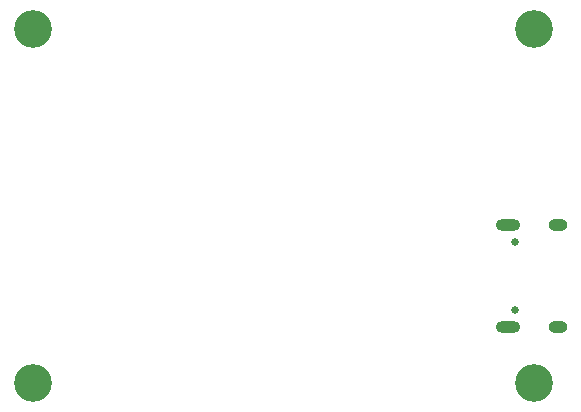
<source format=gbs>
G04 #@! TF.GenerationSoftware,KiCad,Pcbnew,(7.0.0)*
G04 #@! TF.CreationDate,2024-04-08T21:26:30+08:00*
G04 #@! TF.ProjectId,LocateMagnet,4c6f6361-7465-44d6-9167-6e65742e6b69,2.0*
G04 #@! TF.SameCoordinates,Original*
G04 #@! TF.FileFunction,Soldermask,Bot*
G04 #@! TF.FilePolarity,Negative*
%FSLAX46Y46*%
G04 Gerber Fmt 4.6, Leading zero omitted, Abs format (unit mm)*
G04 Created by KiCad (PCBNEW (7.0.0)) date 2024-04-08 21:26:30*
%MOMM*%
%LPD*%
G01*
G04 APERTURE LIST*
%ADD10C,0.650000*%
%ADD11O,2.100000X1.000000*%
%ADD12O,1.600000X1.000000*%
%ADD13C,3.200000*%
G04 APERTURE END LIST*
D10*
X116600000Y-68990000D03*
X116600000Y-63210000D03*
D11*
X116069999Y-70419999D03*
D12*
X120249999Y-70419999D03*
D11*
X116069999Y-61779999D03*
D12*
X120249999Y-61779999D03*
D13*
X75800000Y-75200000D03*
X118200000Y-45200000D03*
X75800000Y-45200000D03*
X118200000Y-75200000D03*
M02*

</source>
